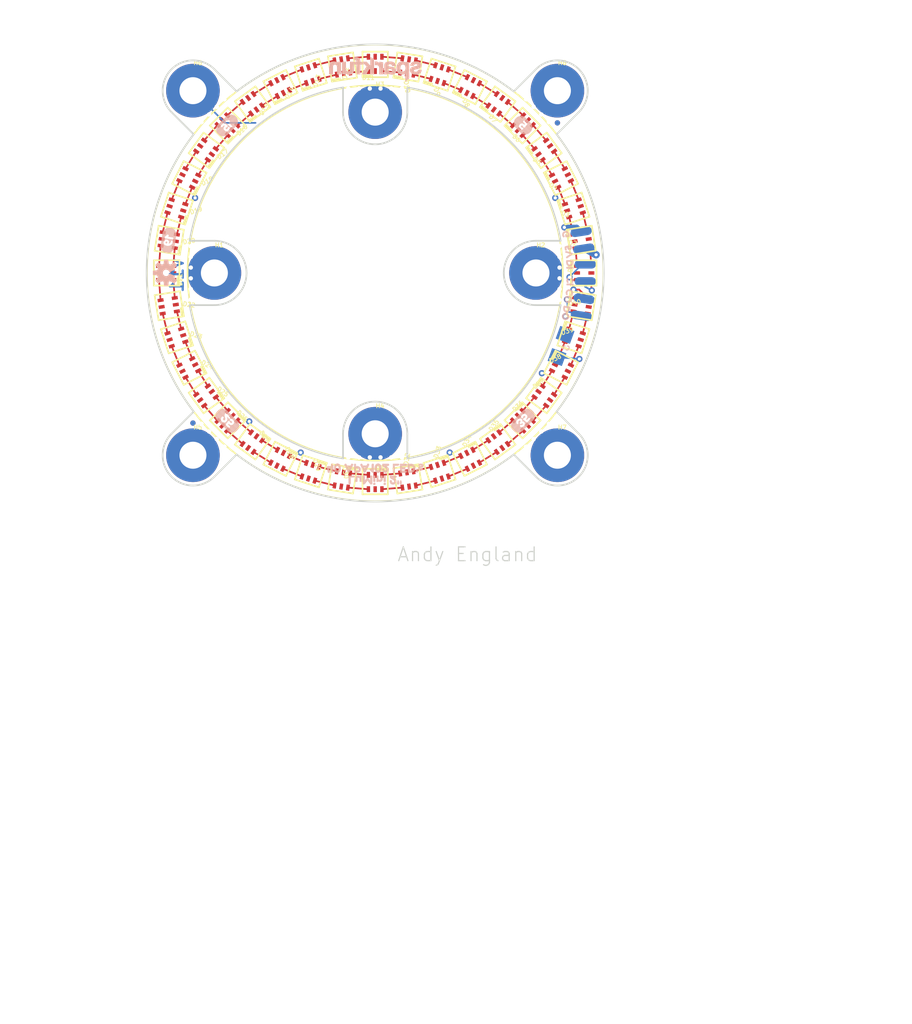
<source format=kicad_pcb>
(kicad_pcb (version 20211014) (generator pcbnew)
  (layers (0 "F.Cu" signal) (31 "B.Cu" signal) (34 "B.Paste" user) (35 "F.Paste" user) (36 "B.SilkS" user "B.Silkscreen") (37 "F.SilkS" user "F.Silkscreen") (38 "B.Mask" user) (39 "F.Mask" user) (44 "Edge.Cuts" user))
  (net 0 "")
  (net 1 "GND")
  (net 2 "5V")
  (net 3 "CI")
  (net 4 "DI")
  (net 5 "N$4")
  (net 6 "N$5")
  (net 7 "N$6")
  (net 8 "N$7")
  (net 9 "N$8")
  (net 10 "N$9")
  (net 11 "N$1")
  (net 12 "N$10")
  (net 13 "N$11")
  (net 14 "N$12")
  (net 15 "N$13")
  (net 16 "N$14")
  (net 17 "N$15")
  (net 18 "N$16")
  (net 19 "N$19")
  (net 20 "N$20")
  (net 21 "N$21")
  (net 22 "N$22")
  (net 23 "N$23")
  (net 24 "N$24")
  (net 25 "N$25")
  (net 26 "N$26")
  (net 27 "N$27")
  (net 28 "N$28")
  (net 29 "N$29")
  (net 30 "N$30")
  (net 31 "N$31")
  (net 32 "N$32")
  (net 33 "N$35")
  (net 34 "N$36")
  (net 35 "N$38")
  (net 36 "N$39")
  (net 37 "N$40")
  (net 38 "N$37")
  (net 39 "N$41")
  (net 40 "N$42")
  (net 41 "N$43")
  (net 42 "N$44")
  (net 43 "N$45")
  (net 44 "N$48")
  (net 45 "N$49")
  (net 46 "N$50")
  (net 47 "N$51")
  (net 48 "N$52")
  (net 49 "N$53")
  (net 50 "N$56")
  (net 51 "N$57")
  (net 52 "N$58")
  (net 53 "N$59")
  (net 54 "N$60")
  (net 55 "N$61")
  (net 56 "N$62")
  (net 57 "N$63")
  (net 58 "N$66")
  (net 59 "N$67")
  (net 60 "N$68")
  (net 61 "N$69")
  (net 62 "N$70")
  (net 63 "N$71")
  (net 64 "N$74")
  (net 65 "N$75")
  (net 66 "N$76")
  (net 67 "N$77")
  (net 68 "N$78")
  (net 69 "N$79")
  (net 70 "N$80")
  (net 71 "N$81")
  (net 72 "N$84")
  (net 73 "N$85")
  (net 74 "N$86")
  (net 75 "N$87")
  (net 76 "N$88")
  (net 77 "N$89")
  (net 78 "N$98")
  (net 79 "N$17")
  (net 80 "N$47")
  (net 81 "N$54")
  (net 82 "N$55")
  (net 83 "CO")
  (net 84 "DO")
  (footprint "" (layer "F.Cu") (at 126.6571 104.3686)
    (fp_text reference "@HOLE12" hide)
    (fp_text value "")
  )
  (footprint "boardEagle:FIDUCIAL-MICRO" (layer "F.Cu") (at 170.0911 87.2236)
    (fp_text reference "FD3" hide)
    (fp_text value "FIDUCIALUFIDUCIAL" hide)
  )
  (footprint "boardEagle:APA102-2020" (layer "F.Cu") (at 124.0409 108.8898 -81)
    (fp_text reference "D22")
    (fp_text value "APA102-2020")
  )
  (footprint "boardEagle:APA102-2020" (layer "F.Cu") (at 152.3873 80.5434 171)
    (fp_text reference "D10")
    (fp_text value "APA102-2020")
  )
  (footprint "" (layer "F.Cu") (at 127.924456 87.121032)
    (fp_text reference "@HOLE46" hide)
    (fp_text value "")
  )
  (footprint "" (layer "F.Cu") (at 126.6571 108.1786)
    (fp_text reference "@HOLE17" hide)
    (fp_text value "")
  )
  (footprint "" (layer "F.Cu") (at 127.026428 121.988144)
    (fp_text reference "@HOLE26" hide)
    (fp_text value "")
  )
  (footprint "" (layer "F.Cu") (at 150.4061 126.8476)
    (fp_text reference "@HOLE22" hide)
    (fp_text value "")
  )
  (footprint "boardEagle:APA102-2020" (layer "F.Cu") (at 124.9553 97.3582 -108)
    (fp_text reference "D19")
    (fp_text value "APA102-2020")
  )
  (footprint "boardEagle:APA102-2020" (layer "F.Cu") (at 172.0469 97.3582 108)
    (fp_text reference "D3")
    (fp_text value "APA102-2020")
  )
  (footprint "boardEagle:APA102-2020" (layer "F.Cu") (at 166.0017 87.503 135)
    (fp_text reference "D6")
    (fp_text value "APA102-2020")
  )
  (footprint "" (layer "F.Cu") (at 146.5961 126.8476)
    (fp_text reference "@HOLE19" hide)
    (fp_text value "")
  )
  (footprint "boardEagle:APA102-2020" (layer "F.Cu") (at 168.5417 90.4494 126)
    (fp_text reference "D5")
    (fp_text value "APA102-2020")
  )
  (footprint "boardEagle:STANDOFF-ELECTRICAL-NOTHERMALS" (layer "F.Cu") (at 170.0911 126.5936)
    (fp_text reference "H7")
    (fp_text value "STANDOFF_ELECTRICAL-NOTHERMALS")
  )
  (footprint "boardEagle:APA102-2020" (layer "F.Cu") (at 131.0005 87.503 -135)
    (fp_text reference "D16")
    (fp_text value "APA102-2020")
  )
  (footprint "boardEagle:APA102-2020" (layer "F.Cu") (at 172.9613 101.1174 99)
    (fp_text reference "D2")
    (fp_text value "APA102-2020")
  )
  (footprint "boardEagle:APA102-2020" (layer "F.Cu") (at 156.1465 81.4578 162)
    (fp_text reference "D9")
    (fp_text value "APA102-2020")
  )
  (footprint "boardEagle:APA102-2020" (layer "F.Cu") (at 148.5011 129.7686)
    (fp_text reference "D31")
    (fp_text value "APA102-2020")
  )
  (footprint "" (layer "F.Cu") (at 170.3451 103.0986)
    (fp_text reference "@HOLE4" hide)
    (fp_text value "")
  )
  (footprint "" (layer "F.Cu") (at 169.975771 121.988144)
    (fp_text reference "@HOLE35" hide)
    (fp_text value "")
  )
  (footprint "boardEagle:APA102-2020" (layer "F.Cu") (at 159.7533 82.931 153)
    (fp_text reference "D8")
    (fp_text value "APA102-2020")
  )
  (footprint "" (layer "F.Cu") (at 149.1361 126.8476)
    (fp_text reference "@HOLE21" hide)
    (fp_text value "")
  )
  (footprint "" (layer "F.Cu") (at 126.6571 103.0986)
    (fp_text reference "@HOLE13" hide)
    (fp_text value "")
  )
  (footprint "" (layer "F.Cu") (at 166.383668 125.580244)
    (fp_text reference "@HOLE31" hide)
    (fp_text value "")
  )
  (footprint "" (layer "F.Cu") (at 127.924456 122.886169)
    (fp_text reference "@HOLE25" hide)
    (fp_text value "")
  )
  (footprint "" (layer "F.Cu") (at 170.3451 108.1786)
    (fp_text reference "@HOLE2" hide)
    (fp_text value "")
  )
  (footprint "" (layer "F.Cu") (at 169.077743 122.886169)
    (fp_text reference "@HOLE34" hide)
    (fp_text value "")
  )
  (footprint "boardEagle:APA102-2020" (layer "F.Cu") (at 159.7533 127.0762 27)
    (fp_text reference "D34")
    (fp_text value "APA102-2020")
  )
  (footprint "" (layer "F.Cu") (at 169.077743 87.121032)
    (fp_text reference "@HOLE37" hide)
    (fp_text value "")
  )
  (footprint "" (layer "F.Cu") (at 147.8661 83.1596)
    (fp_text reference "@HOLE9" hide)
    (fp_text value "")
  )
  (footprint "" (layer "F.Cu") (at 150.4061 83.1596)
    (fp_text reference "@HOLE7" hide)
    (fp_text value "")
  )
  (footprint "" (layer "F.Cu") (at 131.516556 126.478272)
    (fp_text reference "@HOLE29" hide)
    (fp_text value "")
  )
  (footprint "boardEagle:APA102-2020" (layer "F.Cu") (at 148.5011 80.2386 180)
    (fp_text reference "D11")
    (fp_text value "APA102-2020")
  )
  (footprint "boardEagle:APA102-2020" (layer "F.Cu") (at 144.6149 129.4638 -9)
    (fp_text reference "D30")
    (fp_text value "APA102-2020")
  )
  (footprint "boardEagle:STANDOFF-ELECTRICAL-NOTHERMALS" (layer "F.Cu") (at 167.5511 105.0036)
    (fp_text reference "H2")
    (fp_text value "STANDOFF_ELECTRICAL-NOTHERMALS")
  )
  (footprint "boardEagle:APA102-2020" (layer "F.Cu") (at 124.0409 101.1174 -99)
    (fp_text reference "D20")
    (fp_text value "APA102-2020")
  )
  (footprint "boardEagle:APA102-2020" (layer "F.Cu") (at 172.9613 108.8898 81)
    (fp_text reference "D40")
    (fp_text value "APA102-2020")
  )
  (footprint "" (layer "F.Cu") (at 126.6571 101.8286)
    (fp_text reference "@HOLE14" hide)
    (fp_text value "")
  )
  (footprint "boardEagle:APA102-2020" (layer "F.Cu") (at 128.4605 119.5578 -54)
    (fp_text reference "D25")
    (fp_text value "APA102-2020")
  )
  (footprint "" (layer "F.Cu") (at 146.5961 83.1596)
    (fp_text reference "@HOLE10" hide)
    (fp_text value "")
  )
  (footprint "" (layer "F.Cu") (at 168.179718 123.784194)
    (fp_text reference "@HOLE33" hide)
    (fp_text value "")
  )
  (footprint "" (layer "F.Cu") (at 130.618531 84.426957)
    (fp_text reference "@HOLE43" hide)
    (fp_text value "")
  )
  (footprint "boardEagle:APA102-2020" (layer "F.Cu") (at 140.8557 81.4578 -162)
    (fp_text reference "D13")
    (fp_text value "APA102-2020")
  )
  (footprint "boardEagle:APA102-2020" (layer "F.Cu") (at 137.2489 127.0762 -27)
    (fp_text reference "D28")
    (fp_text value "APA102-2020")
  )
  (footprint "boardEagle:APA102-2020" (layer "F.Cu") (at 123.7361 105.0036 -90)
    (fp_text reference "D21")
    (fp_text value "APA102-2020")
  )
  (footprint "boardEagle:APA102-2020" (layer "F.Cu") (at 131.0005 122.5042 -45)
    (fp_text reference "D26")
    (fp_text value "APA102-2020")
  )
  (footprint "boardEagle:APA102-2020" (layer "F.Cu") (at 170.5737 116.2558 63)
    (fp_text reference "D38")
    (fp_text value "APA102-2020")
  )
  (footprint "boardEagle:APA102-2020" (layer "F.Cu") (at 173.2661 105.0036 90)
    (fp_text reference "D1")
    (fp_text value "APA102-2020")
  )
  (footprint "boardEagle:APA102-2020" (layer "F.Cu") (at 133.9469 125.0442 -36)
    (fp_text reference "D27")
    (fp_text value "APA102-2020")
  )
  (footprint "boardEagle:ORDERING_INSTRUCTIONS" (layer "F.Cu") (at 110.4011 143.1036)
    (fp_text reference "U$14" hide)
    (fp_text value "" hide)
  )
  (footprint "boardEagle:APA102-2020" (layer "F.Cu") (at 137.2489 82.931 -153)
    (fp_text reference "D14")
    (fp_text value "APA102-2020")
  )
  (footprint "boardEagle:APA102-2020" (layer "F.Cu") (at 170.5737 93.7514 117)
    (fp_text reference "D4")
    (fp_text value "APA102-2020")
  )
  (footprint "" (layer "F.Cu") (at 126.6571 105.6386)
    (fp_text reference "@HOLE15" hide)
    (fp_text value "")
  )
  (footprint "boardEagle:APA102-2020" (layer "F.Cu") (at 156.1465 128.5494 18)
    (fp_text reference "D33")
    (fp_text value "APA102-2020")
  )
  (footprint "boardEagle:STANDOFF-ELECTRICAL-NOTHERMALS" (layer "F.Cu") (at 148.5011 85.9536)
    (fp_text reference "H3")
    (fp_text value "STANDOFF_ELECTRICAL-NOTHERMALS")
  )
  (footprint "" (layer "F.Cu") (at 166.383668 84.426957)
    (fp_text reference "@HOLE40" hide)
    (fp_text value "")
  )
  (footprint "" (layer "F.Cu") (at 165.485643 83.528929)
    (fp_text reference "@HOLE41" hide)
    (fp_text value "")
  )
  (footprint "" (layer "F.Cu") (at 128.822481 86.223007)
    (fp_text reference "@HOLE45" hide)
    (fp_text value "")
  )
  (footprint "" (layer "F.Cu") (at 151.6761 83.1596)
    (fp_text reference "@HOLE8" hide)
    (fp_text value "")
  )
  (footprint "" (layer "F.Cu") (at 147.8661 126.8476)
    (fp_text reference "@HOLE18" hide)
    (fp_text value "")
  )
  (footprint "boardEagle:FIDUCIAL-MICRO" (layer "F.Cu") (at 126.9111 122.7836)
    (fp_text reference "FD1" hide)
    (fp_text value "FIDUCIALUFIDUCIAL" hide)
  )
  (footprint "" (layer "F.Cu") (at 170.3451 104.3686)
    (fp_text reference "@HOLE3" hide)
    (fp_text value "")
  )
  (footprint "boardEagle:APA102-2020" (layer "F.Cu") (at 144.6149 80.5434 -171)
    (fp_text reference "D12")
    (fp_text value "APA102-2020")
  )
  (footprint "" (layer "F.Cu") (at 165.485643 126.478272)
    (fp_text reference "@HOLE32" hide)
    (fp_text value "")
  )
  (footprint "" (layer "F.Cu") (at 151.6761 126.8476)
    (fp_text reference "@HOLE23" hide)
    (fp_text value "")
  )
  (footprint "boardEagle:APA102-2020" (layer "F.Cu") (at 166.0017 122.5042 45)
    (fp_text reference "D36")
    (fp_text value "APA102-2020")
  )
  (footprint "boardEagle:APA102-2020" (layer "F.Cu") (at 168.5417 119.5578 54)
    (fp_text reference "D37")
    (fp_text value "APA102-2020")
  )
  (footprint "boardEagle:STANDOFF-ELECTRICAL-NOTHERMALS" (layer "F.Cu") (at 148.5011 124.0536)
    (fp_text reference "H4")
    (fp_text value "STANDOFF_ELECTRICAL-NOTHERMALS")
  )
  (footprint "boardEagle:APA102-2020" (layer "F.Cu") (at 163.0553 125.0442 36)
    (fp_text reference "D35")
    (fp_text value "APA102-2020")
  )
  (footprint "boardEagle:APA102-2020" (layer "F.Cu") (at 126.4285 93.7514 -117)
    (fp_text reference "D18")
    (fp_text value "APA102-2020")
  )
  (footprint "boardEagle:APA102-2020" (layer "F.Cu") (at 152.3873 129.4638 9)
    (fp_text reference "D32")
    (fp_text value "APA102-2020")
  )
  (footprint "boardEagle:STANDOFF-ELECTRICAL-NOTHERMALS" (layer "F.Cu") (at 126.9111 126.5936)
    (fp_text reference "H5")
    (fp_text value "STANDOFF_ELECTRICAL-NOTHERMALS")
  )
  (footprint "" (layer "F.Cu") (at 169.975771 88.019057)
    (fp_text reference "@HOLE38" hide)
    (fp_text value "")
  )
  (footprint "" (layer "F.Cu") (at 131.516556 83.528929)
    (fp_text reference "@HOLE44" hide)
    (fp_text value "")
  )
  (footprint "boardEagle:APA102-2020" (layer "F.Cu") (at 163.0553 84.963 144)
    (fp_text reference "D7")
    (fp_text value "APA102-2020")
  )
  (footprint "" (layer "F.Cu") (at 127.026428 88.019057)
    (fp_text reference "@HOLE47" hide)
    (fp_text value "")
  )
  (footprint "" (layer "F.Cu") (at 170.3451 106.9086)
    (fp_text reference "@HOLE1" hide)
    (fp_text value "")
  )
  (footprint "boardEagle:STANDOFF-ELECTRICAL-NOTHERMALS" (layer "F.Cu") (at 170.0911 83.4136)
    (fp_text reference "H8")
    (fp_text value "STANDOFF_ELECTRICAL-NOTHERMALS")
  )
  (footprint "boardEagle:APA102-2020" (layer "F.Cu") (at 128.4605 90.4494 -126)
    (fp_text reference "D17")
    (fp_text value "APA102-2020")
  )
  (footprint "" (layer "F.Cu") (at 128.822481 123.784194)
    (fp_text reference "@HOLE24" hide)
    (fp_text value "")
  )
  (footprint "boardEagle:STANDOFF-ELECTRICAL-NOTHERMALS" (layer "F.Cu") (at 129.4511 105.0036)
    (fp_text reference "H1")
    (fp_text value "STANDOFF_ELECTRICAL-NOTHERMALS")
  )
  (footprint "boardEagle:APA102-2020" (layer "F.Cu") (at 133.9469 84.963 -144)
    (fp_text reference "D15")
    (fp_text value "APA102-2020")
  )
  (footprint "" (layer "F.Cu") (at 129.720506 85.324982)
    (fp_text reference "@HOLE42" hide)
    (fp_text value "")
  )
  (footprint "" (layer "F.Cu") (at 167.281693 85.324982)
    (fp_text reference "@HOLE39" hide)
    (fp_text value "")
  )
  (footprint "" (layer "F.Cu") (at 170.3451 105.6386)
    (fp_text reference "@HOLE0" hide)
    (fp_text value "")
  )
  (footprint "" (layer "F.Cu") (at 149.1361 83.1596)
    (fp_text reference "@HOLE6" hide)
    (fp_text value "")
  )
  (footprint "" (layer "F.Cu") (at 130.618531 125.580244)
    (fp_text reference "@HOLE28" hide)
    (fp_text value "")
  )
  (footprint "boardEagle:APA102-2020" (layer "F.Cu") (at 172.0469 112.649 72)
    (fp_text reference "D39")
    (fp_text value "APA102-2020")
  )
  (footprint "" (layer "F.Cu") (at 168.179718 86.223007)
    (fp_text reference "@HOLE36" hide)
    (fp_text value "")
  )
  (footprint "" (layer "F.Cu") (at 145.3261 83.1596)
    (fp_text reference "@HOLE11" hide)
    (fp_text value "")
  )
  (footprint "boardEagle:APA102-2020" (layer "F.Cu") (at 126.4285 116.2558 -63)
    (fp_text reference "D24")
    (fp_text value "APA102-2020")
  )
  (footprint "" (layer "F.Cu") (at 129.720506 124.682219)
    (fp_text reference "@HOLE27" hide)
    (fp_text value "")
  )
  (footprint "boardEagle:STANDOFF-ELECTRICAL-NOTHERMALS" (layer "F.Cu") (at 126.9111 83.4136)
    (fp_text reference "H6")
    (fp_text value "STANDOFF_ELECTRICAL-NOTHERMALS")
  )
  (footprint "" (layer "F.Cu") (at 170.3451 101.8286)
    (fp_text reference "@HOLE5" hide)
    (fp_text value "")
  )
  (footprint "" (layer "F.Cu") (at 145.3261 126.8476)
    (fp_text reference "@HOLE20" hide)
    (fp_text value "")
  )
  (footprint "" (layer "F.Cu") (at 126.6571 106.9086)
    (fp_text reference "@HOLE16" hide)
    (fp_text value "")
  )
  (footprint "" (layer "F.Cu") (at 167.281693 124.682219)
    (fp_text reference "@HOLE30" hide)
    (fp_text value "")
  )
  (footprint "boardEagle:CREATIVE_COMMONS" (layer "F.Cu") (at 124.3711 139.2936)
    (fp_text reference "FRAME1" hide)
    (fp_text value "FRAME-LETTER" hide)
  )
  (footprint "boardEagle:APA102-2020" (layer "F.Cu") (at 140.8557 128.5494 -18)
    (fp_text reference "D29")
    (fp_text value "APA102-2020")
  )
  (footprint "boardEagle:APA102-2020" (layer "F.Cu") (at 124.9553 112.649 -72)
    (fp_text reference "D23")
    (fp_text value "APA102-2020")
  )
  (footprint "boardEagle:SOLDER_PAD_2" (layer "B.Cu") (at 173.0629 101.1301 -81)
    (fp_text reference "J1" hide)
    (fp_text value "SOLDER_PAD_2" hide)
  )
  (footprint "boardEagle:194" (layer "B.Cu") (at 124.2568 99.5807 -99)
    (fp_text reference "U$6" hide)
    (fp_text value "" hide)
  )
  (footprint "boardEagle:156" (layer "B.Cu") (at 132.0673 86.4108 -135)
    (fp_text reference "U$3" hide)
    (fp_text value "" hide)
  )
  (footprint "boardEagle:3510" (layer "B.Cu") (at 164.8079 123.698 45)
    (fp_text reference "U$13" hide)
    (fp_text value "" hide)
  )
  (footprint "boardEagle:CI6" (layer "B.Cu") (at 171.577 104.7115 -90)
    (fp_text reference "U$9" hide)
    (fp_text value "" hide)
  )
  (footprint "boardEagle:5V6" (layer "B.Cu") (at 171.2341 101.0031 -82)
    (fp_text reference "U$4" hide)
    (fp_text value "" hide)
  )
  (footprint "boardEagle:40_APA102_LED#S1" (layer "B.Cu") (at 141.8336 128.143)
    (fp_text reference "U$11" hide)
    (fp_text value "" hide)
  )
  (footprint "boardEagle:LUMINI_2#0" (layer "B.Cu") (at 144.3736 129.54)
    (fp_text reference "U$1" hide)
    (fp_text value "" hide)
  )
  (footprint "boardEagle:1206" (layer "B.Cu") (at 170.5229 113.6523 70)
    (fp_text reference "C1")
    (fp_text value "DNP")
  )
  (footprint "boardEagle:FIDUCIAL-MICRO" (layer "B.Cu") (at 126.9111 122.7836 180)
    (fp_text reference "FD2" hide)
    (fp_text value "FIDUCIALUFIDUCIAL" hide)
  )
  (footprint "boardEagle:OSHW-LOGO-S" (layer "B.Cu") (at 123.7361 104.9909 -90)
    (fp_text reference "LOGO1" hide)
    (fp_text value "OSHW-LOGOS" hide)
  )
  (footprint "boardEagle:258" (layer "B.Cu") (at 129.7559 121.2723 -45)
    (fp_text reference "U$12" hide)
    (fp_text value "" hide)
  )
  (footprint "boardEagle:SOLDER_PAD_2" (layer "B.Cu") (at 173.0883 109.0676 81)
    (fp_text reference "J3" hide)
    (fp_text value "SOLDER_PAD_2" hide)
  )
  (footprint "boardEagle:SFE_LOGO_NAME_.1" (layer "B.Cu") (at 148.5011 80.8736 180)
    (fp_text reference "LOGO2" hide)
    (fp_text value "SFE_LOGO_NAME.1_INCH" hide)
  )
  (footprint "boardEagle:DI4" (layer "B.Cu") (at 171.5516 102.7176 -90)
    (fp_text reference "U$10" hide)
    (fp_text value "" hide)
  )
  (footprint "boardEagle:54" (layer "B.Cu") (at 167.0558 88.5317 135)
    (fp_text reference "U$2" hide)
    (fp_text value "" hide)
  )
  (footprint "boardEagle:SOLDER_PAD_2" (layer "B.Cu") (at 173.3931 104.9909 -90)
    (fp_text reference "J2" hide)
    (fp_text value "SOLDER_PAD_2" hide)
  )
  (footprint "boardEagle:G4" (layer "B.Cu") (at 170.9166 99.2886 -82)
    (fp_text reference "U$5" hide)
    (fp_text value "" hide)
  )
  (footprint "boardEagle:DO3" (layer "B.Cu") (at 171.3611 108.1786 -99)
    (fp_text reference "U$7" hide)
    (fp_text value "" hide)
  )
  (footprint "boardEagle:CO1" (layer "B.Cu") (at 171.6786 106.2101 -99)
    (fp_text reference "U$8" hide)
    (fp_text value "" hide)
  )
  (footprint "boardEagle:FIDUCIAL-MICRO" (layer "B.Cu") (at 170.0911 87.2236 180)
    (fp_text reference "FD4" hide)
    (fp_text value "FIDUCIALUFIDUCIAL" hide)
  )
  (gr_circle (center 148.5011 105.0036) (end 170.7261 105.0036) (layer "F.SilkS") (width 0.2032) (fill none))
  (gr_circle (center 148.5011 105.0036) (end 175.5521 105.0036) (layer "F.SilkS") (width 0.2032) (fill none))
  (gr_arc (start 164.9222 126.5047) (mid 148.5011 132.078912) (end 132.08 126.5047) (layer "Edge.Cuts") (width 0.2032))
  (gr_line (start 144.6911 126.9746) (end 144.6911 124.0536) (layer "Edge.Cuts") (width 0.2032))
  (gr_arc (start 129.4511 101.1936) (mid 132.145177 102.309523) (end 133.2611 105.0036) (layer "Edge.Cuts") (width 0.2032))
  (gr_arc (start 132.079999 83.502501) (mid 148.501099 77.928288) (end 164.9222 83.5025) (layer "Edge.Cuts") (width 0.2032))
  (gr_arc (start 163.7411 105.0036) (mid 164.857023 102.309523) (end 167.5511 101.1936) (layer "Edge.Cuts") (width 0.2032))
  (gr_arc (start 124.3711 85.9536) (mid 124.3711 80.8736) (end 129.4511 80.8736) (layer "Edge.Cuts") (width 0.2032))
  (gr_line (start 127 121.4247) (end 124.3711 124.0536) (layer "Edge.Cuts") (width 0.2032))
  (gr_line (start 132.08 83.5025) (end 129.4511 80.8736) (layer "Edge.Cuts") (width 0.2032))
  (gr_arc (start 172.6311 124.0536) (mid 172.6311 129.1336) (end 167.5511 129.1336) (layer "Edge.Cuts") (width 0.2032))
  (gr_line (start 129.4511 108.8136) (end 126.5301 108.8136) (layer "Edge.Cuts") (width 0.2032))
  (gr_arc (start 133.2611 105.0036) (mid 132.145177 107.697677) (end 129.4511 108.8136) (layer "Edge.Cuts") (width 0.2032))
  (gr_line (start 167.5511 80.8736) (end 164.9222 83.5025) (layer "Edge.Cuts") (width 0.2032))
  (gr_arc (start 148.5011 120.2436) (mid 151.195177 121.359523) (end 152.3111 124.0536) (layer "Edge.Cuts") (width 0.2032))
  (gr_arc (start 144.6911 126.9746) (mid 132.703909 120.800791) (end 126.5301 108.813601) (layer "Edge.Cuts") (width 0.2032))
  (gr_line (start 144.6911 85.9536) (end 144.6911 83.0326) (layer "Edge.Cuts") (width 0.2032))
  (gr_arc (start 167.5511 108.8136) (mid 164.857023 107.697677) (end 163.7411 105.0036) (layer "Edge.Cuts") (width 0.2032))
  (gr_line (start 170.0022 88.5825) (end 172.6311 85.9536) (layer "Edge.Cuts") (width 0.2032))
  (gr_arc (start 170.4721 108.8136) (mid 164.298291 120.800791) (end 152.3111 126.974601) (layer "Edge.Cuts") (width 0.2032))
  (gr_arc (start 167.5511 80.8736) (mid 172.6311 80.8736) (end 172.6311 85.9536) (layer "Edge.Cuts") (width 0.2032))
  (gr_arc (start 152.3111 83.0326) (mid 164.298291 89.206409) (end 170.4721 101.193601) (layer "Edge.Cuts") (width 0.2032))
  (gr_line (start 152.3111 124.0536) (end 152.3111 126.9746) (layer "Edge.Cuts") (width 0.2032))
  (gr_line (start 170.4721 101.1936) (end 167.5511 101.1936) (layer "Edge.Cuts") (width 0.2032))
  (gr_arc (start 129.4511 129.1336) (mid 124.3711 129.1336) (end 124.3711 124.0536) (layer "Edge.Cuts") (width 0.2032))
  (gr_line (start 126.5301 101.1936) (end 129.4511 101.1936) (layer "Edge.Cuts") (width 0.2032))
  (gr_line (start 152.3111 83.0326) (end 152.3111 85.9536) (layer "Edge.Cuts") (width 0.2032))
  (gr_arc (start 170.002199 88.582499) (mid 175.576412 105.003599) (end 170.0022 121.4247) (layer "Edge.Cuts") (width 0.2032))
  (gr_line (start 164.9222 126.5047) (end 167.5511 129.1336) (layer "Edge.Cuts") (width 0.2032))
  (gr_line (start 167.5511 108.8136) (end 170.4721 108.8136) (layer "Edge.Cuts") (width 0.2032))
  (gr_line (start 129.4511 129.1336) (end 132.08 126.5047) (layer "Edge.Cuts") (width 0.2032))
  (gr_line (start 172.6311 124.0536) (end 170.0022 121.4247) (layer "Edge.Cuts") (width 0.2032))
  (gr_arc (start 127 121.4247) (mid 121.425788 105.0036) (end 127 88.5825) (layer "Edge.Cuts") (width 0.2032))
  (gr_arc (start 126.5301 101.1936) (mid 132.703909 89.206409) (end 144.6911 83.032601) (layer "Edge.Cuts") (width 0.2032))
  (gr_arc (start 144.6911 124.0536) (mid 145.807023 121.359523) (end 148.5011 120.2436) (layer "Edge.Cuts") (width 0.2032))
  (gr_arc (start 152.3111 85.9536) (mid 151.195177 88.647677) (end 148.5011 89.7636) (layer "Edge.Cuts") (width 0.2032))
  (gr_arc (start 148.5011 89.7636) (mid 145.807023 88.647677) (end 144.6911 85.9536) (layer "Edge.Cuts") (width 0.2032))
  (gr_line (start 124.3711 85.9536) (end 127 88.5825) (layer "Edge.Cuts") (width 0.2032))
  (gr_text "v11" (at 125.8951 103.0986 -270) (layer "B.Cu") (effects (font (size 1.5113 1.5113) (thickness 0.2667)) (justify left bottom mirror)))
  (gr_text "Andy England" (at 151.0411 139.2936) (layer "Edge.Cuts") (effects (font (size 1.63576 1.63576) (thickness 0.14224)) (justify left bottom)))
  (via (at 139.6746 126.2761) (size 0.7366) (drill 0.381) (layers "F.Cu" "B.Cu") (net 1))
  (via (at 168.2496 116.8781) (size 0.7366) (drill 0.381) (layers "F.Cu" "B.Cu") (net 1))
  (via (at 157.3276 126.2761) (size 0.7366) (drill 0.381) (layers "F.Cu" "B.Cu") (net 1))
  (via (at 127.1651 96.1136) (size 0.7366) (drill 0.381) (layers "F.Cu" "B.Cu") (net 1))
  (via (at 169.8371 96.1136) (size 0.7366) (drill 0.381) (layers "F.Cu" "B.Cu") (net 1))
  (via (at 133.5786 122.5931) (size 0.7366) (drill 0.381) (layers "F.Cu" "B.Cu") (net 1))
  (via (at 170.9166 99.6061) (size 0.7366) (drill 0.381) (layers "F.Cu" "B.Cu") (net 1))
  (via (at 171.0436 110.1471) (size 0.7366) (drill 0.381) (layers "F.Cu" "B.Cu") (net 1))
  (segment (start 130.7211 87.2236) (end 134.325175 87.2236) (width 0.2032) (layer "B.Cu") (net 1))
  (segment (start 170.6702 112.2248) (end 171.001731 112.336732) (width 0.2032) (layer "B.Cu") (net 1))
  (segment (start 170.6499 112.2045) (end 170.6702 112.2248) (width 0.2032) (layer "B.Cu") (net 1))
  (segment (start 172.383456 99.6061) (end 172.903965 100.12661) (width 0.635) (layer "B.Cu") (net 1))
  (segment (start 172.383456 99.6061) (end 170.9166 99.6061) (width 0.635) (layer "B.Cu") (net 1))
  (segment (start 126.9111 83.4136) (end 130.7211 87.2236) (width 0.2032) (layer "B.Cu") (net 1))
  (via (at 172.692868 115.188616) (size 0.7366) (drill 0.381) (layers "F.Cu" "B.Cu") (net 2))
  (via (at 174.669831 102.849491) (size 0.7366) (drill 0.381) (layers "F.Cu" "B.Cu") (net 2))
  (segment (start 170.044071 114.967872) (end 172.692868 115.188616) (width 0.2032) (layer "B.Cu") (net 2))
  (segment (start 173.221837 102.133594) (end 173.440009 102.133594) (width 0.889) (layer "B.Cu") (net 2))
  (segment (start 173.440009 102.133594) (end 174.669831 102.849491) (width 0.889) (layer "B.Cu") (net 2))
  (segment (start 174.1161 105.8036) (end 174.1161 107.022) (width 0.2032) (layer "F.Cu") (net 3))
  (segment (start 174.1161 107.022) (end 174.1678 107.0737) (width 0.2032) (layer "F.Cu") (net 3))
  (via (at 174.1678 107.0737) (size 0.7366) (drill 0.381) (layers "F.Cu" "B.Cu") (net 3))
  (segment (start 173.3931 106.6546) (end 173.3931 106.0069) (width 0.2032) (layer "B.Cu") (net 3))
  (segment (start 174.1678 107.0737) (end 173.3931 106.6546) (width 0.2032) (layer "B.Cu") (net 3))
  (segment (start 172.4161 105.8036) (end 171.8682 105.8536) (width 0.1778) (layer "F.Cu") (net 4))
  (segment (start 171.8682 105.8536) (end 171.5262 105.5116) (width 0.1778) (layer "F.Cu") (net 4))
  (via (at 171.5262 105.5116) (size 0.7366) (drill 0.381) (layers "F.Cu" "B.Cu") (net 4))
  (segment (start 173.0248 103.9749) (end 173.3931 103.9749) (width 0.1778) (layer "B.Cu") (net 4))
  (segment (start 171.5262 105.4735) (end 173.0248 103.9749) (width 0.1778) (layer "B.Cu") (net 4))
  (segment (start 171.5262 105.5116) (end 171.5262 105.4735) (width 0.1778) (layer "B.Cu") (net 4))
  (segment (start 173.925981 101.774585) (end 174.1161 104.2036) (width 0.2032) (layer "F.Cu") (net 5))
  (segment (start 172.246909 102.040522) (end 172.4161 104.2036) (width 0.2032) (layer "F.Cu") (net 6))
  (segment (start 173.102509 97.856382) (end 173.675687 100.194282) (width 0.2032) (layer "F.Cu") (net 7))
  (segment (start 171.485712 98.381713) (end 171.996615 100.460219) (width 0.2032) (layer "F.Cu") (net 8))
  (segment (start 172.608084 96.334691) (end 171.694246 94.078316) (width 0.2032) (layer "F.Cu") (net 9))
  (segment (start 170.179534 94.8501) (end 170.991287 96.860022) (width 0.2032) (layer "F.Cu") (net 10))
  (segment (start 169.69959 90.596997) (end 170.967862 92.652704) (width 0.2032) (layer "F.Cu") (net 11))
  (segment (start 168.324262 91.596232) (end 169.45315 93.424488) (width 0.2032) (layer "F.Cu") (net 12))
  (segment (start 167.168425 87.467647) (end 168.759134 89.302572) (width 0.2032) (layer "F.Cu") (net 13))
  (segment (start 167.383806 90.301807) (end 165.966343 88.669729) (width 0.2032) (layer "F.Cu") (net 14))
  (segment (start 164.202128 84.745566) (end 166.037053 86.336275) (width 0.2032) (layer "F.Cu") (net 15))
  (segment (start 163.202893 86.120894) (end 164.834971 87.538357) (width 0.2032) (layer "F.Cu") (net 16))
  (segment (start 160.851996 82.536838) (end 162.907703 83.80511) (width 0.2032) (layer "F.Cu") (net 17))
  (segment (start 161.908468 85.180438) (end 160.080212 84.05155) (width 0.2032) (layer "F.Cu") (net 18))
  (segment (start 153.310418 79.829013) (end 155.648318 80.402191) (width 0.2032) (layer "F.Cu") (net 19))
  (segment (start 155.122987 82.018988) (end 153.044481 81.508085) (width 0.2032) (layer "F.Cu") (net 20))
  (segment (start 149.3011 79.3886) (end 151.730115 79.578719) (width 0.2032) (layer "F.Cu") (net 21))
  (segment (start 151.464178 81.257791) (end 149.3011 81.0886) (width 0.2032) (layer "F.Cu") (net 22))
  (segment (start 145.272081 79.578719) (end 147.7011 79.3886) (width 0.2032) (layer "F.Cu") (net 23))
  (segment (start 147.7011 81.0886) (end 145.538018 81.257791) (width 0.2032) (layer "F.Cu") (net 24))
  (segment (start 141.353878 80.402191) (end 143.691778 79.829013) (width 0.2032) (layer "F.Cu") (net 25))
  (segment (start 143.957715 81.508085) (end 141.879209 82.018988) (width 0.2032) (layer "F.Cu") (net 26))
  (segment (start 137.575812 81.810454) (end 139.832187 80.896616) (width 0.2032) (layer "F.Cu") (net 27))
  (segment (start 140.357518 82.513413) (end 138.347596 83.325166) (width 0.2032) (layer "F.Cu") (net 28))
  (segment (start 134.094493 83.80511) (end 136.1502 82.536838) (width 0.2032) (layer "F.Cu") (net 29))
  (segment (start 136.921984 84.05155) (end 135.093728 85.180438) (width 0.2032) (layer "F.Cu") (net 30))
  (segment (start 130.965143 86.336275) (end 132.800068 84.745566) (width 0.2032) (layer "F.Cu") (net 31))
  (segment (start 133.799303 86.120894) (end 132.167225 87.538357) (width 0.2032) (layer "F.Cu") (net 32))
  (segment (start 126.034334 92.652704) (end 127.302606 90.596997) (width 0.2032) (layer "F.Cu") (net 33))
  (segment (start 128.677934 91.596232) (end 127.549046 93.424488) (width 0.2032) (layer "F.Cu") (net 34))
  (segment (start 126.822662 94.8501) (end 126.010909 96.860022) (width 0.2032) (layer "F.Cu") (net 35))
  (segment (start 123.326509 100.194282) (end 123.899687 97.856382) (width 0.2032) (layer "F.Cu") (net 36))
  (segment (start 125.516484 98.381713) (end 125.005581 100.460219) (width 0.2032) (layer "F.Cu") (net 37))
  (segment (start 124.394112 96.334691) (end 125.30795 94.078316) (width 0.2032) (layer "F.Cu") (net 38))
  (segment (start 122.8861 104.2036) (end 123.076215 101.774585) (width 0.2032) (layer "F.Cu") (net 39))
  (segment (start 124.755287 102.040522) (end 124.5861 104.2036) (width 0.2032) (layer "F.Cu") (net 40))
  (segment (start 131.035853 88.669729) (end 129.61839 90.301807) (width 0.2032) (layer "F.Cu") (net 41))
  (segment (start 128.243062 89.302572) (end 129.833771 87.467647) (width 0.2032) (layer "F.Cu") (net 42))
  (segment (start 156.644678 82.513413) (end 158.6546 83.325166) (width 0.2032) (layer "F.Cu") (net 43))
  (segment (start 122.8861 105.8036) (end 123.076215 108.232619) (width 0.2032) (layer "F.Cu") (net 44))
  (segment (start 124.5861 105.8036) (end 124.755287 107.966682) (width 0.2032) (layer "F.Cu") (net 45))
  (segment (start 123.326509 109.812922) (end 123.899687 112.150822) (width 0.2032) (layer "F.Cu") (net 46))
  (segment (start 125.005581 109.546985) (end 125.516484 111.625491) (width 0.2032) (layer "F.Cu") (net 47))
  (segment (start 124.394112 113.672513) (end 125.30795 115.928888) (width 0.2032) (layer "F.Cu") (net 48))
  (segment (start 126.822662 115.157104) (end 126.010909 113.147182) (width 0.2032) (layer "F.Cu") (net 49))
  (segment (start 128.243062 120.704632) (end 129.833771 122.539557) (width 0.2032) (layer "F.Cu") (net 50))
  (segment (start 131.035853 121.337475) (end 129.61839 119.705397) (width 0.2032) (layer "F.Cu") (net 51))
  (segment (start 132.800068 125.261638) (end 130.965143 123.670929) (width 0.2032) (layer "F.Cu") (net 52))
  (segment (start 132.167225 122.468847) (end 133.799303 123.88631) (width 0.2032) (layer "F.Cu") (net 53))
  (segment (start 136.1502 127.470366) (end 134.094493 126.202094) (width 0.2032) (layer "F.Cu") (net 54))
  (segment (start 135.093728 124.826766) (end 136.921984 125.955654) (width 0.2032) (layer "F.Cu") (net 55))
  (segment (start 137.575812 128.19675) (end 139.832187 129.110588) (width 0.2032) (layer "F.Cu") (net 56))
  (segment (start 138.347596 126.682038) (end 140.357518 127.493791) (width 0.2032) (layer "F.Cu") (net 57))
  (segment (start 141.353878 129.605013) (end 143.691778 130.178191) (width 0.2032) (layer "F.Cu") (net 58))
  (segment (start 143.957715 128.499119) (end 141.879209 127.988216) (width 0.2032) (layer "F.Cu") (net 59))
  (segment (start 147.7011 130.6186) (end 145.272081 130.428485) (width 0.2032) (layer "F.Cu") (net 60))
  (segment (start 145.538018 128.749413) (end 147.7011 128.9186) (width 0.2032) (layer "F.Cu") (net 61))
  (segment (start 151.730115 130.428485) (end 149.3011 130.6186) (width 0.2032) (layer "F.Cu") (net 62))
  (segment (start 149.3011 128.9186) (end 151.464178 128.749413) (width 0.2032) (layer "F.Cu") (net 63))
  (segment (start 157.170009 129.110588) (end 159.426384 128.19675) (width 0.2032) (layer "F.Cu") (net 64))
  (segment (start 158.6546 126.682038) (end 156.644678 127.493791) (width 0.2032) (layer "F.Cu") (net 65))
  (segment (start 160.851996 127.470366) (end 162.907703 126.202094) (width 0.2032) (layer "F.Cu") (net 66))
  (segment (start 161.908468 124.826766) (end 160.080212 125.955654) (width 0.2032) (layer "F.Cu") (net 67))
  (segment (start 166.037053 123.670929) (end 164.202128 125.261638) (width 0.2032) (layer "F.Cu") (net 68))
  (segment (start 164.834971 122.468847) (end 163.202893 123.88631) (width 0.2032) (layer "F.Cu") (net 69))
  (segment (start 167.168425 122.539557) (end 168.759134 120.704632) (width 0.2032) (layer "F.Cu") (net 70))
  (segment (start 167.383806 119.705397) (end 165.966343 121.337475) (width 0.2032) (layer "F.Cu") (net 71))
  (segment (start 170.967862 117.3545) (end 169.69959 119.410207) (width 0.2032) (layer "F.Cu") (net 72))
  (segment (start 169.45315 116.582716) (end 168.324262 118.410972) (width 0.2032) (layer "F.Cu") (net 73))
  (segment (start 171.694246 115.928888) (end 172.608084 113.672513) (width 0.2032) (layer "F.Cu") (net 74))
  (segment (start 170.179534 115.157104) (end 170.991287 113.147182) (width 0.2032) (layer "F.Cu") (net 75))
  (segment (start 173.675687 109.812922) (end 173.102509 112.150822) (width 0.2032) (layer "F.Cu") (net 76))
  (segment (start 171.485712 111.625491) (end 171.996615 109.546985) (width 0.2032) (layer "F.Cu") (net 77))
  (segment (start 157.170009 80.896616) (end 159.426384 81.810454) (width 0.2032) (layer "F.Cu") (net 78))
  (segment (start 127.302606 119.410207) (end 126.034334 117.3545) (width 0.2032) (layer "F.Cu") (net 79))
  (segment (start 127.549046 116.582716) (end 128.677934 118.410972) (width 0.2032) (layer "F.Cu") (net 80))
  (segment (start 155.122987 127.988216) (end 153.044481 128.499119) (width 0.2032) (layer "F.Cu") (net 81))
  (segment (start 153.310418 130.178191) (end 155.648318 129.605013) (width 0.2032) (layer "F.Cu") (net 82))
  (segment (start 172.665462 106.9721) (end 171.9961 106.9721) (width 0.2032) (layer "F.Cu") (net 83))
  (segment (start 173.925981 108.232619) (end 172.665462 106.9721) (width 0.2032) (layer "F.Cu") (net 83))
  (via (at 171.9961 106.9721) (size 0.7366) (drill 0.381) (layers "F.Cu" "B.Cu") (net 83))
  (segment (start 172.155228 106.9721) (end 173.247237 108.06411) (width 0.2032) (layer "B.Cu") (net 83))
  (segment (start 171.9961 106.9721) (end 172.155228 106.9721) (width 0.2032) (layer "B.Cu") (net 83))
  (segment (start 171.872937 107.966682) (end 171.325671 108.152532) (width 0.1778) (layer "F.Cu") (net 84))
  (segment (start 171.325671 108.152532) (end 171.2341 108.1405) (width 0.1778) (layer "F.Cu") (net 84))
  (segment (start 172.246909 107.966682) (end 171.872937 107.966682) (width 0.1778) (layer "F.Cu") (net 84))
  (via (at 171.2341 108.1405) (size 0.7366) (drill 0.381) (layers "F.Cu" "B.Cu") (net 84))
  (segment (start 171.369531 109.576072) (end 171.2341 108.1405) (width 0.2032) (layer "B.Cu") (net 84))
  (segment (start 172.929365 110.071094) (end 171.369531 109.576072) (width 0.2032) (layer "B.Cu") (net 84))
)
</source>
